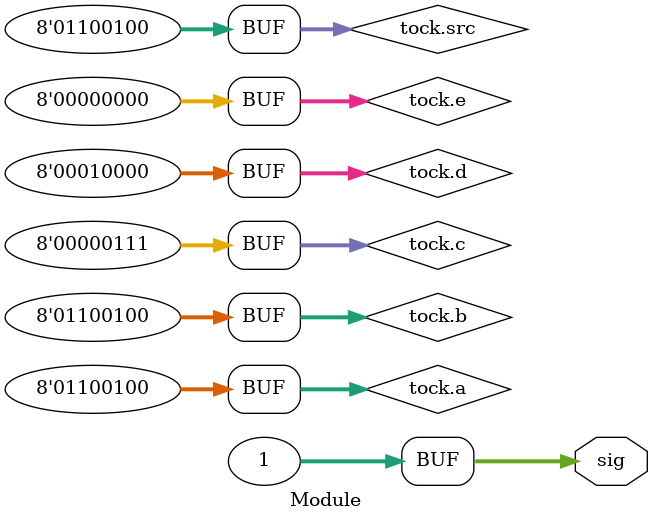
<source format=sv>
`include "metron/tools/metron_tools.sv"


module Module (
  // output signals
  output int sig
);
/*public:*/


  always_comb begin : tock
    logic[7:0] src;
    logic[7:0] a;
    logic[7:0] b;
    logic[7:0] e;
    logic[7:0] c;
    logic[7:0] d;
    src = 100;
    a = $signed(src);
    b = $unsigned(src);
    e = $signed(src[2-1:0]);
    c = $clog2(100);
    d = 2**(4);
    sig = 1;
  end

endmodule

</source>
